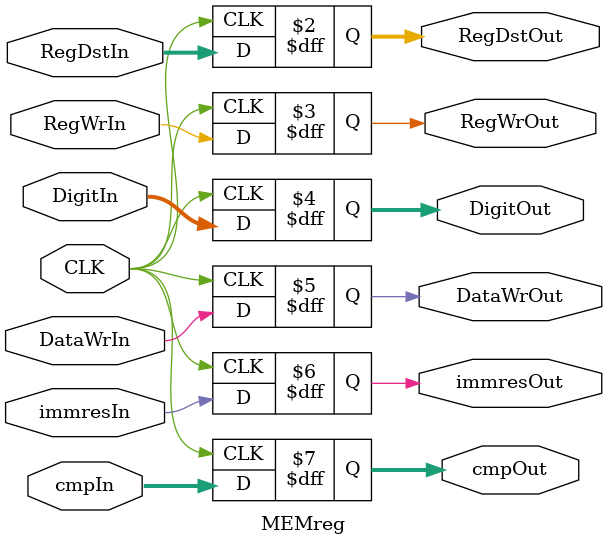
<source format=v>
`timescale 1ns / 1ps
module MEMreg(
        input CLK,            //时钟脉冲
        input [1:0] RegDstIn, //Rd输入数据来源
        input  RegWrIn,       //Rd写使能信号
        input [1:0] DigitIn,  //读写位数
        input  DataWrIn,      //存储器写使能
        input  immresIn,      //rd是否选择imm直接作为数据
        input [1:0] cmpIn,

        output reg[1:0] RegDstOut, //Rd输入数据来源
        output reg RegWrOut,       //Rd写使能信号
        output reg[1:0] DigitOut,  //读写位数
        output reg DataWrOut,      //存储器写使能
        output reg immresOut,      //rd是否选择imm直接作为数据
        output reg [1:0] cmpOut
    );

    always @(negedge CLK) begin
        RegDstOut <= RegDstIn;
        RegWrOut <= RegWrIn;
        DigitOut <= DigitIn;
        DataWrOut <= DataWrIn;
        immresOut <= immresIn;
        cmpOut <= cmpIn;
    end
endmodule
</source>
